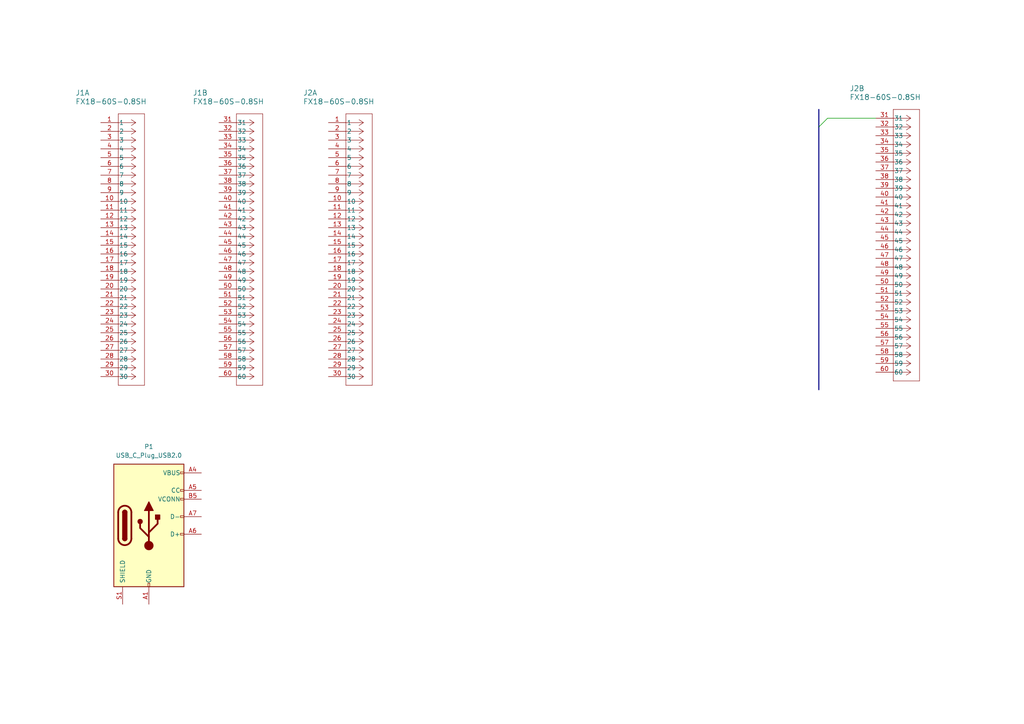
<source format=kicad_sch>
(kicad_sch (version 20231120) (generator "eeschema") (generator_version "8.0")
  (paper "A4")
  (lib_symbols
    (symbol "Connector:USB_C_Plug_USB2.0" (pin_names (offset 1.016))
      (property "Reference" "P" (at -10.16 19.05 0))
      (property "Value" "USB_C_Plug_USB2.0" (at 12.7 19.05 0))
      (symbol "USB_C_Plug_USB2.0_0_0"
        (rectangle (start -0.254 -17.78) (end 0.254 -16.764))
        (rectangle (start 10.16 -2.286) (end 9.144 -2.794))
        (rectangle (start 10.16 2.794) (end 9.144 2.286))
        (rectangle (start 10.16 7.874) (end 9.144 7.366))
        (rectangle (start 10.16 10.414) (end 9.144 9.906))
        (rectangle (start 10.16 15.494) (end 9.144 14.986))
      )
      (symbol "USB_C_Plug_USB2.0_0_1"
        (rectangle (start -10.16 17.78) (end 10.16 -17.78) (stroke (width 0.254)) (fill (type background)))
        (arc (start -8.89 -3.81) (mid -6.985 -5.7067) (end -5.08 -3.81) (stroke (width 0.508)))
        (arc (start -7.62 -3.81) (mid -6.985 -4.4423) (end -6.35 -3.81) (stroke (width 0.254)))
        (arc (start -7.62 -3.81) (mid -6.985 -4.4423) (end -6.35 -3.81) (stroke (width 0.254)) (fill (type outline)))
        (rectangle (start -7.62 -3.81) (end -6.35 3.81) (stroke (width 0.254)) (fill (type outline)))
        (arc (start -6.35 3.81) (mid -6.985 4.4423) (end -7.62 3.81) (stroke (width 0.254)))
        (arc (start -6.35 3.81) (mid -6.985 4.4423) (end -7.62 3.81) (stroke (width 0.254)) (fill (type outline)))
        (arc (start -5.08 3.81) (mid -6.985 5.7067) (end -8.89 3.81) (stroke (width 0.508)))
        (circle (center -2.54 1.143) (radius 0.635) (stroke (width 0.254)) (fill (type outline)))
        (circle (center 0 -5.842) (radius 1.27) (fill (type outline)))
        (polyline (pts (xy -8.89 -3.81) (xy -8.89 3.81)) (stroke (width 0.508)))
        (polyline (pts (xy -5.08 3.81) (xy -5.08 -3.81)) (stroke (width 0.508)))
        (polyline (pts (xy 0 -5.842) (xy 0 4.318)) (stroke (width 0.508)))
        (polyline (pts (xy 0 -3.302) (xy -2.54 -0.762) (xy -2.54 0.508)) (stroke (width 0.508)))
        (polyline (pts (xy 0 -2.032) (xy 2.54 0.508) (xy 2.54 1.778)) (stroke (width 0.508)))
        (polyline (pts (xy -1.27 4.318) (xy 0 6.858) (xy 1.27 4.318) (xy -1.27 4.318)) (stroke (width 0.254)) (fill (type outline)))
        (rectangle (start 1.905 1.778) (end 3.175 3.048) (stroke (width 0.254)) (fill (type outline)))
      )
      (symbol "USB_C_Plug_USB2.0_1_1"
        (pin passive line (at 0 -22.86 90) (length 5.08) (name "GND") (number "A1"))
        (pin passive line (at 0 -22.86 90) (length 5.08) hide (name "GND") (number "A12"))
        (pin passive line (at 15.24 15.24 180) (length 5.08) (name "VBUS") (number "A4"))
        (pin bidirectional line (at 15.24 10.16 180) (length 5.08) (name "CC") (number "A5"))
        (pin bidirectional line (at 15.24 -2.54 180) (length 5.08) (name "D+") (number "A6"))
        (pin bidirectional line (at 15.24 2.54 180) (length 5.08) (name "D-") (number "A7"))
        (pin passive line (at 15.24 15.24 180) (length 5.08) hide (name "VBUS") (number "A9"))
        (pin passive line (at 0 -22.86 90) (length 5.08) hide (name "GND") (number "B1"))
        (pin passive line (at 0 -22.86 90) (length 5.08) hide (name "GND") (number "B12"))
        (pin passive line (at 15.24 15.24 180) (length 5.08) hide (name "VBUS") (number "B4"))
        (pin bidirectional line (at 15.24 7.62 180) (length 5.08) (name "VCONN") (number "B5"))
        (pin passive line (at 15.24 15.24 180) (length 5.08) hide (name "VBUS") (number "B9"))
        (pin passive line (at -7.62 -22.86 90) (length 5.08) (name "SHIELD") (number "S1"))
      )
    )
    (symbol "FX18-60S-0.8SH:FX18-60S-0.8SH" (pin_names (offset 0.254))
      (property "Reference" "J" (at 8.89 6.35 0))
      (property "Value" "FX18-60S-0.8SH" (at 0 0 0))
      (symbol "FX18-60S-0.8SH_1_1"
        (polyline (pts (xy 5.08 -76.2) (xy 12.7 -76.2)) (stroke (width 0.127)))
        (polyline (pts (xy 5.08 2.54) (xy 5.08 -76.2)) (stroke (width 0.127)))
        (polyline (pts (xy 10.16 -73.66) (xy 5.08 -73.66)) (stroke (width 0.127)))
        (polyline (pts (xy 10.16 -73.66) (xy 8.89 -74.5067)) (stroke (width 0.127)))
        (polyline (pts (xy 10.16 -73.66) (xy 8.89 -72.8133)) (stroke (width 0.127)))
        (polyline (pts (xy 10.16 -71.12) (xy 5.08 -71.12)) (stroke (width 0.127)))
        (polyline (pts (xy 10.16 -71.12) (xy 8.89 -71.9667)) (stroke (width 0.127)))
        (polyline (pts (xy 10.16 -71.12) (xy 8.89 -70.2733)) (stroke (width 0.127)))
        (polyline (pts (xy 10.16 -68.58) (xy 5.08 -68.58)) (stroke (width 0.127)))
        (polyline (pts (xy 10.16 -68.58) (xy 8.89 -69.4267)) (stroke (width 0.127)))
        (polyline (pts (xy 10.16 -68.58) (xy 8.89 -67.7333)) (stroke (width 0.127)))
        (polyline (pts (xy 10.16 -66.04) (xy 5.08 -66.04)) (stroke (width 0.127)))
        (polyline (pts (xy 10.16 -66.04) (xy 8.89 -66.8867)) (stroke (width 0.127)))
        (polyline (pts (xy 10.16 -66.04) (xy 8.89 -65.1933)) (stroke (width 0.127)))
        (polyline (pts (xy 10.16 -63.5) (xy 5.08 -63.5)) (stroke (width 0.127)))
        (polyline (pts (xy 10.16 -63.5) (xy 8.89 -64.3467)) (stroke (width 0.127)))
        (polyline (pts (xy 10.16 -63.5) (xy 8.89 -62.6533)) (stroke (width 0.127)))
        (polyline (pts (xy 10.16 -60.96) (xy 5.08 -60.96)) (stroke (width 0.127)))
        (polyline (pts (xy 10.16 -60.96) (xy 8.89 -61.8067)) (stroke (width 0.127)))
        (polyline (pts (xy 10.16 -60.96) (xy 8.89 -60.1133)) (stroke (width 0.127)))
        (polyline (pts (xy 10.16 -58.42) (xy 5.08 -58.42)) (stroke (width 0.127)))
        (polyline (pts (xy 10.16 -58.42) (xy 8.89 -59.2667)) (stroke (width 0.127)))
        (polyline (pts (xy 10.16 -58.42) (xy 8.89 -57.5733)) (stroke (width 0.127)))
        (polyline (pts (xy 10.16 -55.88) (xy 5.08 -55.88)) (stroke (width 0.127)))
        (polyline (pts (xy 10.16 -55.88) (xy 8.89 -56.7267)) (stroke (width 0.127)))
        (polyline (pts (xy 10.16 -55.88) (xy 8.89 -55.0333)) (stroke (width 0.127)))
        (polyline (pts (xy 10.16 -53.34) (xy 5.08 -53.34)) (stroke (width 0.127)))
        (polyline (pts (xy 10.16 -53.34) (xy 8.89 -54.1867)) (stroke (width 0.127)))
        (polyline (pts (xy 10.16 -53.34) (xy 8.89 -52.4933)) (stroke (width 0.127)))
        (polyline (pts (xy 10.16 -50.8) (xy 5.08 -50.8)) (stroke (width 0.127)))
        (polyline (pts (xy 10.16 -50.8) (xy 8.89 -51.6467)) (stroke (width 0.127)))
        (polyline (pts (xy 10.16 -50.8) (xy 8.89 -49.9533)) (stroke (width 0.127)))
        (polyline (pts (xy 10.16 -48.26) (xy 5.08 -48.26)) (stroke (width 0.127)))
        (polyline (pts (xy 10.16 -48.26) (xy 8.89 -49.1067)) (stroke (width 0.127)))
        (polyline (pts (xy 10.16 -48.26) (xy 8.89 -47.4133)) (stroke (width 0.127)))
        (polyline (pts (xy 10.16 -45.72) (xy 5.08 -45.72)) (stroke (width 0.127)))
        (polyline (pts (xy 10.16 -45.72) (xy 8.89 -46.5667)) (stroke (width 0.127)))
        (polyline (pts (xy 10.16 -45.72) (xy 8.89 -44.8733)) (stroke (width 0.127)))
        (polyline (pts (xy 10.16 -43.18) (xy 5.08 -43.18)) (stroke (width 0.127)))
        (polyline (pts (xy 10.16 -43.18) (xy 8.89 -44.0267)) (stroke (width 0.127)))
        (polyline (pts (xy 10.16 -43.18) (xy 8.89 -42.3333)) (stroke (width 0.127)))
        (polyline (pts (xy 10.16 -40.64) (xy 5.08 -40.64)) (stroke (width 0.127)))
        (polyline (pts (xy 10.16 -40.64) (xy 8.89 -41.4867)) (stroke (width 0.127)))
        (polyline (pts (xy 10.16 -40.64) (xy 8.89 -39.7933)) (stroke (width 0.127)))
        (polyline (pts (xy 10.16 -38.1) (xy 5.08 -38.1)) (stroke (width 0.127)))
        (polyline (pts (xy 10.16 -38.1) (xy 8.89 -38.9467)) (stroke (width 0.127)))
        (polyline (pts (xy 10.16 -38.1) (xy 8.89 -37.2533)) (stroke (width 0.127)))
        (polyline (pts (xy 10.16 -35.56) (xy 5.08 -35.56)) (stroke (width 0.127)))
        (polyline (pts (xy 10.16 -35.56) (xy 8.89 -36.4067)) (stroke (width 0.127)))
        (polyline (pts (xy 10.16 -35.56) (xy 8.89 -34.7133)) (stroke (width 0.127)))
        (polyline (pts (xy 10.16 -33.02) (xy 5.08 -33.02)) (stroke (width 0.127)))
        (polyline (pts (xy 10.16 -33.02) (xy 8.89 -33.8667)) (stroke (width 0.127)))
        (polyline (pts (xy 10.16 -33.02) (xy 8.89 -32.1733)) (stroke (width 0.127)))
        (polyline (pts (xy 10.16 -30.48) (xy 5.08 -30.48)) (stroke (width 0.127)))
        (polyline (pts (xy 10.16 -30.48) (xy 8.89 -31.3267)) (stroke (width 0.127)))
        (polyline (pts (xy 10.16 -30.48) (xy 8.89 -29.6333)) (stroke (width 0.127)))
        (polyline (pts (xy 10.16 -27.94) (xy 5.08 -27.94)) (stroke (width 0.127)))
        (polyline (pts (xy 10.16 -27.94) (xy 8.89 -28.7867)) (stroke (width 0.127)))
        (polyline (pts (xy 10.16 -27.94) (xy 8.89 -27.0933)) (stroke (width 0.127)))
        (polyline (pts (xy 10.16 -25.4) (xy 5.08 -25.4)) (stroke (width 0.127)))
        (polyline (pts (xy 10.16 -25.4) (xy 8.89 -26.2467)) (stroke (width 0.127)))
        (polyline (pts (xy 10.16 -25.4) (xy 8.89 -24.5533)) (stroke (width 0.127)))
        (polyline (pts (xy 10.16 -22.86) (xy 5.08 -22.86)) (stroke (width 0.127)))
        (polyline (pts (xy 10.16 -22.86) (xy 8.89 -23.7067)) (stroke (width 0.127)))
        (polyline (pts (xy 10.16 -22.86) (xy 8.89 -22.0133)) (stroke (width 0.127)))
        (polyline (pts (xy 10.16 -20.32) (xy 5.08 -20.32)) (stroke (width 0.127)))
        (polyline (pts (xy 10.16 -20.32) (xy 8.89 -21.1667)) (stroke (width 0.127)))
        (polyline (pts (xy 10.16 -20.32) (xy 8.89 -19.4733)) (stroke (width 0.127)))
        (polyline (pts (xy 10.16 -17.78) (xy 5.08 -17.78)) (stroke (width 0.127)))
        (polyline (pts (xy 10.16 -17.78) (xy 8.89 -18.6267)) (stroke (width 0.127)))
        (polyline (pts (xy 10.16 -17.78) (xy 8.89 -16.9333)) (stroke (width 0.127)))
        (polyline (pts (xy 10.16 -15.24) (xy 5.08 -15.24)) (stroke (width 0.127)))
        (polyline (pts (xy 10.16 -15.24) (xy 8.89 -16.0867)) (stroke (width 0.127)))
        (polyline (pts (xy 10.16 -15.24) (xy 8.89 -14.3933)) (stroke (width 0.127)))
        (polyline (pts (xy 10.16 -12.7) (xy 5.08 -12.7)) (stroke (width 0.127)))
        (polyline (pts (xy 10.16 -12.7) (xy 8.89 -13.5467)) (stroke (width 0.127)))
        (polyline (pts (xy 10.16 -12.7) (xy 8.89 -11.8533)) (stroke (width 0.127)))
        (polyline (pts (xy 10.16 -10.16) (xy 5.08 -10.16)) (stroke (width 0.127)))
        (polyline (pts (xy 10.16 -10.16) (xy 8.89 -11.0067)) (stroke (width 0.127)))
        (polyline (pts (xy 10.16 -10.16) (xy 8.89 -9.3133)) (stroke (width 0.127)))
        (polyline (pts (xy 10.16 -7.62) (xy 5.08 -7.62)) (stroke (width 0.127)))
        (polyline (pts (xy 10.16 -7.62) (xy 8.89 -8.4667)) (stroke (width 0.127)))
        (polyline (pts (xy 10.16 -7.62) (xy 8.89 -6.7733)) (stroke (width 0.127)))
        (polyline (pts (xy 10.16 -5.08) (xy 5.08 -5.08)) (stroke (width 0.127)))
        (polyline (pts (xy 10.16 -5.08) (xy 8.89 -5.9267)) (stroke (width 0.127)))
        (polyline (pts (xy 10.16 -5.08) (xy 8.89 -4.2333)) (stroke (width 0.127)))
        (polyline (pts (xy 10.16 -2.54) (xy 5.08 -2.54)) (stroke (width 0.127)))
        (polyline (pts (xy 10.16 -2.54) (xy 8.89 -3.3867)) (stroke (width 0.127)))
        (polyline (pts (xy 10.16 -2.54) (xy 8.89 -1.6933)) (stroke (width 0.127)))
        (polyline (pts (xy 10.16 0) (xy 5.08 0)) (stroke (width 0.127)))
        (polyline (pts (xy 10.16 0) (xy 8.89 -0.8467)) (stroke (width 0.127)))
        (polyline (pts (xy 10.16 0) (xy 8.89 0.8467)) (stroke (width 0.127)))
        (polyline (pts (xy 12.7 -76.2) (xy 12.7 2.54)) (stroke (width 0.127)))
        (polyline (pts (xy 12.7 2.54) (xy 5.08 2.54)) (stroke (width 0.127)))
        (pin unspecified line (at 0 0 0) (length 5.08) (name "1") (number "1"))
        (pin unspecified line (at 0 -22.86 0) (length 5.08) (name "10") (number "10"))
        (pin unspecified line (at 0 -25.4 0) (length 5.08) (name "11") (number "11"))
        (pin unspecified line (at 0 -27.94 0) (length 5.08) (name "12") (number "12"))
        (pin unspecified line (at 0 -30.48 0) (length 5.08) (name "13") (number "13"))
        (pin unspecified line (at 0 -33.02 0) (length 5.08) (name "14") (number "14"))
        (pin unspecified line (at 0 -35.56 0) (length 5.08) (name "15") (number "15"))
        (pin unspecified line (at 0 -38.1 0) (length 5.08) (name "16") (number "16"))
        (pin unspecified line (at 0 -40.64 0) (length 5.08) (name "17") (number "17"))
        (pin unspecified line (at 0 -43.18 0) (length 5.08) (name "18") (number "18"))
        (pin unspecified line (at 0 -45.72 0) (length 5.08) (name "19") (number "19"))
        (pin unspecified line (at 0 -2.54 0) (length 5.08) (name "2") (number "2"))
        (pin unspecified line (at 0 -48.26 0) (length 5.08) (name "20") (number "20"))
        (pin unspecified line (at 0 -50.8 0) (length 5.08) (name "21") (number "21"))
        (pin unspecified line (at 0 -53.34 0) (length 5.08) (name "22") (number "22"))
        (pin unspecified line (at 0 -55.88 0) (length 5.08) (name "23") (number "23"))
        (pin unspecified line (at 0 -58.42 0) (length 5.08) (name "24") (number "24"))
        (pin unspecified line (at 0 -60.96 0) (length 5.08) (name "25") (number "25"))
        (pin unspecified line (at 0 -63.5 0) (length 5.08) (name "26") (number "26"))
        (pin unspecified line (at 0 -66.04 0) (length 5.08) (name "27") (number "27"))
        (pin unspecified line (at 0 -68.58 0) (length 5.08) (name "28") (number "28"))
        (pin unspecified line (at 0 -71.12 0) (length 5.08) (name "29") (number "29"))
        (pin unspecified line (at 0 -5.08 0) (length 5.08) (name "3") (number "3"))
        (pin unspecified line (at 0 -73.66 0) (length 5.08) (name "30") (number "30"))
        (pin unspecified line (at 0 -7.62 0) (length 5.08) (name "4") (number "4"))
        (pin unspecified line (at 0 -10.16 0) (length 5.08) (name "5") (number "5"))
        (pin unspecified line (at 0 -12.7 0) (length 5.08) (name "6") (number "6"))
        (pin unspecified line (at 0 -15.24 0) (length 5.08) (name "7") (number "7"))
        (pin unspecified line (at 0 -17.78 0) (length 5.08) (name "8") (number "8"))
        (pin unspecified line (at 0 -20.32 0) (length 5.08) (name "9") (number "9"))
      )
      (symbol "FX18-60S-0.8SH_1_2"
        (polyline (pts (xy 5.08 -76.2) (xy 12.7 -76.2)) (stroke (width 0.127)))
        (polyline (pts (xy 5.08 2.54) (xy 5.08 -76.2)) (stroke (width 0.127)))
        (polyline (pts (xy 7.62 -73.66) (xy 5.08 -73.66)) (stroke (width 0.127)))
        (polyline (pts (xy 7.62 -73.66) (xy 8.89 -74.5067)) (stroke (width 0.127)))
        (polyline (pts (xy 7.62 -73.66) (xy 8.89 -72.8133)) (stroke (width 0.127)))
        (polyline (pts (xy 7.62 -71.12) (xy 5.08 -71.12)) (stroke (width 0.127)))
        (polyline (pts (xy 7.62 -71.12) (xy 8.89 -71.9667)) (stroke (width 0.127)))
        (polyline (pts (xy 7.62 -71.12) (xy 8.89 -70.2733)) (stroke (width 0.127)))
        (polyline (pts (xy 7.62 -68.58) (xy 5.08 -68.58)) (stroke (width 0.127)))
        (polyline (pts (xy 7.62 -68.58) (xy 8.89 -69.4267)) (stroke (width 0.127)))
        (polyline (pts (xy 7.62 -68.58) (xy 8.89 -67.7333)) (stroke (width 0.127)))
        (polyline (pts (xy 7.62 -66.04) (xy 5.08 -66.04)) (stroke (width 0.127)))
        (polyline (pts (xy 7.62 -66.04) (xy 8.89 -66.8867)) (stroke (width 0.127)))
        (polyline (pts (xy 7.62 -66.04) (xy 8.89 -65.1933)) (stroke (width 0.127)))
        (polyline (pts (xy 7.62 -63.5) (xy 5.08 -63.5)) (stroke (width 0.127)))
        (polyline (pts (xy 7.62 -63.5) (xy 8.89 -64.3467)) (stroke (width 0.127)))
        (polyline (pts (xy 7.62 -63.5) (xy 8.89 -62.6533)) (stroke (width 0.127)))
        (polyline (pts (xy 7.62 -60.96) (xy 5.08 -60.96)) (stroke (width 0.127)))
        (polyline (pts (xy 7.62 -60.96) (xy 8.89 -61.8067)) (stroke (width 0.127)))
        (polyline (pts (xy 7.62 -60.96) (xy 8.89 -60.1133)) (stroke (width 0.127)))
        (polyline (pts (xy 7.62 -58.42) (xy 5.08 -58.42)) (stroke (width 0.127)))
        (polyline (pts (xy 7.62 -58.42) (xy 8.89 -59.2667)) (stroke (width 0.127)))
        (polyline (pts (xy 7.62 -58.42) (xy 8.89 -57.5733)) (stroke (width 0.127)))
        (polyline (pts (xy 7.62 -55.88) (xy 5.08 -55.88)) (stroke (width 0.127)))
        (polyline (pts (xy 7.62 -55.88) (xy 8.89 -56.7267)) (stroke (width 0.127)))
        (polyline (pts (xy 7.62 -55.88) (xy 8.89 -55.0333)) (stroke (width 0.127)))
        (polyline (pts (xy 7.62 -53.34) (xy 5.08 -53.34)) (stroke (width 0.127)))
        (polyline (pts (xy 7.62 -53.34) (xy 8.89 -54.1867)) (stroke (width 0.127)))
        (polyline (pts (xy 7.62 -53.34) (xy 8.89 -52.4933)) (stroke (width 0.127)))
        (polyline (pts (xy 7.62 -50.8) (xy 5.08 -50.8)) (stroke (width 0.127)))
        (polyline (pts (xy 7.62 -50.8) (xy 8.89 -51.6467)) (stroke (width 0.127)))
        (polyline (pts (xy 7.62 -50.8) (xy 8.89 -49.9533)) (stroke (width 0.127)))
        (polyline (pts (xy 7.62 -48.26) (xy 5.08 -48.26)) (stroke (width 0.127)))
        (polyline (pts (xy 7.62 -48.26) (xy 8.89 -49.1067)) (stroke (width 0.127)))
        (polyline (pts (xy 7.62 -48.26) (xy 8.89 -47.4133)) (stroke (width 0.127)))
        (polyline (pts (xy 7.62 -45.72) (xy 5.08 -45.72)) (stroke (width 0.127)))
        (polyline (pts (xy 7.62 -45.72) (xy 8.89 -46.5667)) (stroke (width 0.127)))
        (polyline (pts (xy 7.62 -45.72) (xy 8.89 -44.8733)) (stroke (width 0.127)))
        (polyline (pts (xy 7.62 -43.18) (xy 5.08 -43.18)) (stroke (width 0.127)))
        (polyline (pts (xy 7.62 -43.18) (xy 8.89 -44.0267)) (stroke (width 0.127)))
        (polyline (pts (xy 7.62 -43.18) (xy 8.89 -42.3333)) (stroke (width 0.127)))
        (polyline (pts (xy 7.62 -40.64) (xy 5.08 -40.64)) (stroke (width 0.127)))
        (polyline (pts (xy 7.62 -40.64) (xy 8.89 -41.4867)) (stroke (width 0.127)))
        (polyline (pts (xy 7.62 -40.64) (xy 8.89 -39.7933)) (stroke (width 0.127)))
        (polyline (pts (xy 7.62 -38.1) (xy 5.08 -38.1)) (stroke (width 0.127)))
        (polyline (pts (xy 7.62 -38.1) (xy 8.89 -38.9467)) (stroke (width 0.127)))
        (polyline (pts (xy 7.62 -38.1) (xy 8.89 -37.2533)) (stroke (width 0.127)))
        (polyline (pts (xy 7.62 -35.56) (xy 5.08 -35.56)) (stroke (width 0.127)))
        (polyline (pts (xy 7.62 -35.56) (xy 8.89 -36.4067)) (stroke (width 0.127)))
        (polyline (pts (xy 7.62 -35.56) (xy 8.89 -34.7133)) (stroke (width 0.127)))
        (polyline (pts (xy 7.62 -33.02) (xy 5.08 -33.02)) (stroke (width 0.127)))
        (polyline (pts (xy 7.62 -33.02) (xy 8.89 -33.8667)) (stroke (width 0.127)))
        (polyline (pts (xy 7.62 -33.02) (xy 8.89 -32.1733)) (stroke (width 0.127)))
        (polyline (pts (xy 7.62 -30.48) (xy 5.08 -30.48)) (stroke (width 0.127)))
        (polyline (pts (xy 7.62 -30.48) (xy 8.89 -31.3267)) (stroke (width 0.127)))
        (polyline (pts (xy 7.62 -30.48) (xy 8.89 -29.6333)) (stroke (width 0.127)))
        (polyline (pts (xy 7.62 -27.94) (xy 5.08 -27.94)) (stroke (width 0.127)))
        (polyline (pts (xy 7.62 -27.94) (xy 8.89 -28.7867)) (stroke (width 0.127)))
        (polyline (pts (xy 7.62 -27.94) (xy 8.89 -27.0933)) (stroke (width 0.127)))
        (polyline (pts (xy 7.62 -25.4) (xy 5.08 -25.4)) (stroke (width 0.127)))
        (polyline (pts (xy 7.62 -25.4) (xy 8.89 -26.2467)) (stroke (width 0.127)))
        (polyline (pts (xy 7.62 -25.4) (xy 8.89 -24.5533)) (stroke (width 0.127)))
        (polyline (pts (xy 7.62 -22.86) (xy 5.08 -22.86)) (stroke (width 0.127)))
        (polyline (pts (xy 7.62 -22.86) (xy 8.89 -23.7067)) (stroke (width 0.127)))
        (polyline (pts (xy 7.62 -22.86) (xy 8.89 -22.0133)) (stroke (width 0.127)))
        (polyline (pts (xy 7.62 -20.32) (xy 5.08 -20.32)) (stroke (width 0.127)))
        (polyline (pts (xy 7.62 -20.32) (xy 8.89 -21.1667)) (stroke (width 0.127)))
        (polyline (pts (xy 7.62 -20.32) (xy 8.89 -19.4733)) (stroke (width 0.127)))
        (polyline (pts (xy 7.62 -17.78) (xy 5.08 -17.78)) (stroke (width 0.127)))
        (polyline (pts (xy 7.62 -17.78) (xy 8.89 -18.6267)) (stroke (width 0.127)))
        (polyline (pts (xy 7.62 -17.78) (xy 8.89 -16.9333)) (stroke (width 0.127)))
        (polyline (pts (xy 7.62 -15.24) (xy 5.08 -15.24)) (stroke (width 0.127)))
        (polyline (pts (xy 7.62 -15.24) (xy 8.89 -16.0867)) (stroke (width 0.127)))
        (polyline (pts (xy 7.62 -15.24) (xy 8.89 -14.3933)) (stroke (width 0.127)))
        (polyline (pts (xy 7.62 -12.7) (xy 5.08 -12.7)) (stroke (width 0.127)))
        (polyline (pts (xy 7.62 -12.7) (xy 8.89 -13.5467)) (stroke (width 0.127)))
        (polyline (pts (xy 7.62 -12.7) (xy 8.89 -11.8533)) (stroke (width 0.127)))
        (polyline (pts (xy 7.62 -10.16) (xy 5.08 -10.16)) (stroke (width 0.127)))
        (polyline (pts (xy 7.62 -10.16) (xy 8.89 -11.0067)) (stroke (width 0.127)))
        (polyline (pts (xy 7.62 -10.16) (xy 8.89 -9.3133)) (stroke (width 0.127)))
        (polyline (pts (xy 7.62 -7.62) (xy 5.08 -7.62)) (stroke (width 0.127)))
        (polyline (pts (xy 7.62 -7.62) (xy 8.89 -8.4667)) (stroke (width 0.127)))
        (polyline (pts (xy 7.62 -7.62) (xy 8.89 -6.7733)) (stroke (width 0.127)))
        (polyline (pts (xy 7.62 -5.08) (xy 5.08 -5.08)) (stroke (width 0.127)))
        (polyline (pts (xy 7.62 -5.08) (xy 8.89 -5.9267)) (stroke (width 0.127)))
        (polyline (pts (xy 7.62 -5.08) (xy 8.89 -4.2333)) (stroke (width 0.127)))
        (polyline (pts (xy 7.62 -2.54) (xy 5.08 -2.54)) (stroke (width 0.127)))
        (polyline (pts (xy 7.62 -2.54) (xy 8.89 -3.3867)) (stroke (width 0.127)))
        (polyline (pts (xy 7.62 -2.54) (xy 8.89 -1.6933)) (stroke (width 0.127)))
        (polyline (pts (xy 7.62 0) (xy 5.08 0)) (stroke (width 0.127)))
        (polyline (pts (xy 7.62 0) (xy 8.89 -0.8467)) (stroke (width 0.127)))
        (polyline (pts (xy 7.62 0) (xy 8.89 0.8467)) (stroke (width 0.127)))
        (polyline (pts (xy 12.7 -76.2) (xy 12.7 2.54)) (stroke (width 0.127)))
        (polyline (pts (xy 12.7 2.54) (xy 5.08 2.54)) (stroke (width 0.127)))
        (pin unspecified line (at 0 0 0) (length 5.08) (name "1") (number "1"))
        (pin unspecified line (at 0 -22.86 0) (length 5.08) (name "10") (number "10"))
        (pin unspecified line (at 0 -25.4 0) (length 5.08) (name "11") (number "11"))
        (pin unspecified line (at 0 -27.94 0) (length 5.08) (name "12") (number "12"))
        (pin unspecified line (at 0 -30.48 0) (length 5.08) (name "13") (number "13"))
        (pin unspecified line (at 0 -33.02 0) (length 5.08) (name "14") (number "14"))
        (pin unspecified line (at 0 -35.56 0) (length 5.08) (name "15") (number "15"))
        (pin unspecified line (at 0 -38.1 0) (length 5.08) (name "16") (number "16"))
        (pin unspecified line (at 0 -40.64 0) (length 5.08) (name "17") (number "17"))
        (pin unspecified line (at 0 -43.18 0) (length 5.08) (name "18") (number "18"))
        (pin unspecified line (at 0 -45.72 0) (length 5.08) (name "19") (number "19"))
        (pin unspecified line (at 0 -2.54 0) (length 5.08) (name "2") (number "2"))
        (pin unspecified line (at 0 -48.26 0) (length 5.08) (name "20") (number "20"))
        (pin unspecified line (at 0 -50.8 0) (length 5.08) (name "21") (number "21"))
        (pin unspecified line (at 0 -53.34 0) (length 5.08) (name "22") (number "22"))
        (pin unspecified line (at 0 -55.88 0) (length 5.08) (name "23") (number "23"))
        (pin unspecified line (at 0 -58.42 0) (length 5.08) (name "24") (number "24"))
        (pin unspecified line (at 0 -60.96 0) (length 5.08) (name "25") (number "25"))
        (pin unspecified line (at 0 -63.5 0) (length 5.08) (name "26") (number "26"))
        (pin unspecified line (at 0 -66.04 0) (length 5.08) (name "27") (number "27"))
        (pin unspecified line (at 0 -68.58 0) (length 5.08) (name "28") (number "28"))
        (pin unspecified line (at 0 -71.12 0) (length 5.08) (name "29") (number "29"))
        (pin unspecified line (at 0 -5.08 0) (length 5.08) (name "3") (number "3"))
        (pin unspecified line (at 0 -73.66 0) (length 5.08) (name "30") (number "30"))
        (pin unspecified line (at 0 -7.62 0) (length 5.08) (name "4") (number "4"))
        (pin unspecified line (at 0 -10.16 0) (length 5.08) (name "5") (number "5"))
        (pin unspecified line (at 0 -12.7 0) (length 5.08) (name "6") (number "6"))
        (pin unspecified line (at 0 -15.24 0) (length 5.08) (name "7") (number "7"))
        (pin unspecified line (at 0 -17.78 0) (length 5.08) (name "8") (number "8"))
        (pin unspecified line (at 0 -20.32 0) (length 5.08) (name "9") (number "9"))
      )
      (symbol "FX18-60S-0.8SH_2_1"
        (polyline (pts (xy 5.08 -76.2) (xy 12.7 -76.2)) (stroke (width 0.127)))
        (polyline (pts (xy 5.08 2.54) (xy 5.08 -76.2)) (stroke (width 0.127)))
        (polyline (pts (xy 10.16 -73.66) (xy 5.08 -73.66)) (stroke (width 0.127)))
        (polyline (pts (xy 10.16 -73.66) (xy 8.89 -74.5067)) (stroke (width 0.127)))
        (polyline (pts (xy 10.16 -73.66) (xy 8.89 -72.8133)) (stroke (width 0.127)))
        (polyline (pts (xy 10.16 -71.12) (xy 5.08 -71.12)) (stroke (width 0.127)))
        (polyline (pts (xy 10.16 -71.12) (xy 8.89 -71.9667)) (stroke (width 0.127)))
        (polyline (pts (xy 10.16 -71.12) (xy 8.89 -70.2733)) (stroke (width 0.127)))
        (polyline (pts (xy 10.16 -68.58) (xy 5.08 -68.58)) (stroke (width 0.127)))
        (polyline (pts (xy 10.16 -68.58) (xy 8.89 -69.4267)) (stroke (width 0.127)))
        (polyline (pts (xy 10.16 -68.58) (xy 8.89 -67.7333)) (stroke (width 0.127)))
        (polyline (pts (xy 10.16 -66.04) (xy 5.08 -66.04)) (stroke (width 0.127)))
        (polyline (pts (xy 10.16 -66.04) (xy 8.89 -66.8867)) (stroke (width 0.127)))
        (polyline (pts (xy 10.16 -66.04) (xy 8.89 -65.1933)) (stroke (width 0.127)))
        (polyline (pts (xy 10.16 -63.5) (xy 5.08 -63.5)) (stroke (width 0.127)))
        (polyline (pts (xy 10.16 -63.5) (xy 8.89 -64.3467)) (stroke (width 0.127)))
        (polyline (pts (xy 10.16 -63.5) (xy 8.89 -62.6533)) (stroke (width 0.127)))
        (polyline (pts (xy 10.16 -60.96) (xy 5.08 -60.96)) (stroke (width 0.127)))
        (polyline (pts (xy 10.16 -60.96) (xy 8.89 -61.8067)) (stroke (width 0.127)))
        (polyline (pts (xy 10.16 -60.96) (xy 8.89 -60.1133)) (stroke (width 0.127)))
        (polyline (pts (xy 10.16 -58.42) (xy 5.08 -58.42)) (stroke (width 0.127)))
        (polyline (pts (xy 10.16 -58.42) (xy 8.89 -59.2667)) (stroke (width 0.127)))
        (polyline (pts (xy 10.16 -58.42) (xy 8.89 -57.5733)) (stroke (width 0.127)))
        (polyline (pts (xy 10.16 -55.88) (xy 5.08 -55.88)) (stroke (width 0.127)))
        (polyline (pts (xy 10.16 -55.88) (xy 8.89 -56.7267)) (stroke (width 0.127)))
        (polyline (pts (xy 10.16 -55.88) (xy 8.89 -55.0333)) (stroke (width 0.127)))
        (polyline (pts (xy 10.16 -53.34) (xy 5.08 -53.34)) (stroke (width 0.127)))
        (polyline (pts (xy 10.16 -53.34) (xy 8.89 -54.1867)) (stroke (width 0.127)))
        (polyline (pts (xy 10.16 -53.34) (xy 8.89 -52.4933)) (stroke (width 0.127)))
        (polyline (pts (xy 10.16 -50.8) (xy 5.08 -50.8)) (stroke (width 0.127)))
        (polyline (pts (xy 10.16 -50.8) (xy 8.89 -51.6467)) (stroke (width 0.127)))
        (polyline (pts (xy 10.16 -50.8) (xy 8.89 -49.9533)) (stroke (width 0.127)))
        (polyline (pts (xy 10.16 -48.26) (xy 5.08 -48.26)) (stroke (width 0.127)))
        (polyline (pts (xy 10.16 -48.26) (xy 8.89 -49.1067)) (stroke (width 0.127)))
        (polyline (pts (xy 10.16 -48.26) (xy 8.89 -47.4133)) (stroke (width 0.127)))
        (polyline (pts (xy 10.16 -45.72) (xy 5.08 -45.72)) (stroke (width 0.127)))
        (polyline (pts (xy 10.16 -45.72) (xy 8.89 -46.5667)) (stroke (width 0.127)))
        (polyline (pts (xy 10.16 -45.72) (xy 8.89 -44.8733)) (stroke (width 0.127)))
        (polyline (pts (xy 10.16 -43.18) (xy 5.08 -43.18)) (stroke (width 0.127)))
        (polyline (pts (xy 10.16 -43.18) (xy 8.89 -44.0267)) (stroke (width 0.127)))
        (polyline (pts (xy 10.16 -43.18) (xy 8.89 -42.3333)) (stroke (width 0.127)))
        (polyline (pts (xy 10.16 -40.64) (xy 5.08 -40.64)) (stroke (width 0.127)))
        (polyline (pts (xy 10.16 -40.64) (xy 8.89 -41.4867)) (stroke (width 0.127)))
        (polyline (pts (xy 10.16 -40.64) (xy 8.89 -39.7933)) (stroke (width 0.127)))
        (polyline (pts (xy 10.16 -38.1) (xy 5.08 -38.1)) (stroke (width 0.127)))
        (polyline (pts (xy 10.16 -38.1) (xy 8.89 -38.9467)) (stroke (width 0.127)))
        (polyline (pts (xy 10.16 -38.1) (xy 8.89 -37.2533)) (stroke (width 0.127)))
        (polyline (pts (xy 10.16 -35.56) (xy 5.08 -35.56)) (stroke (width 0.127)))
        (polyline (pts (xy 10.16 -35.56) (xy 8.89 -36.4067)) (stroke (width 0.127)))
        (polyline (pts (xy 10.16 -35.56) (xy 8.89 -34.7133)) (stroke (width 0.127)))
        (polyline (pts (xy 10.16 -33.02) (xy 5.08 -33.02)) (stroke (width 0.127)))
        (polyline (pts (xy 10.16 -33.02) (xy 8.89 -33.8667)) (stroke (width 0.127)))
        (polyline (pts (xy 10.16 -33.02) (xy 8.89 -32.1733)) (stroke (width 0.127)))
        (polyline (pts (xy 10.16 -30.48) (xy 5.08 -30.48)) (stroke (width 0.127)))
        (polyline (pts (xy 10.16 -30.48) (xy 8.89 -31.3267)) (stroke (width 0.127)))
        (polyline (pts (xy 10.16 -30.48) (xy 8.89 -29.6333)) (stroke (width 0.127)))
        (polyline (pts (xy 10.16 -27.94) (xy 5.08 -27.94)) (stroke (width 0.127)))
        (polyline (pts (xy 10.16 -27.94) (xy 8.89 -28.7867)) (stroke (width 0.127)))
        (polyline (pts (xy 10.16 -27.94) (xy 8.89 -27.0933)) (stroke (width 0.127)))
        (polyline (pts (xy 10.16 -25.4) (xy 5.08 -25.4)) (stroke (width 0.127)))
        (polyline (pts (xy 10.16 -25.4) (xy 8.89 -26.2467)) (stroke (width 0.127)))
        (polyline (pts (xy 10.16 -25.4) (xy 8.89 -24.5533)) (stroke (width 0.127)))
        (polyline (pts (xy 10.16 -22.86) (xy 5.08 -22.86)) (stroke (width 0.127)))
        (polyline (pts (xy 10.16 -22.86) (xy 8.89 -23.7067)) (stroke (width 0.127)))
        (polyline (pts (xy 10.16 -22.86) (xy 8.89 -22.0133)) (stroke (width 0.127)))
        (polyline (pts (xy 10.16 -20.32) (xy 5.08 -20.32)) (stroke (width 0.127)))
        (polyline (pts (xy 10.16 -20.32) (xy 8.89 -21.1667)) (stroke (width 0.127)))
        (polyline (pts (xy 10.16 -20.32) (xy 8.89 -19.4733)) (stroke (width 0.127)))
        (polyline (pts (xy 10.16 -17.78) (xy 5.08 -17.78)) (stroke (width 0.127)))
        (polyline (pts (xy 10.16 -17.78) (xy 8.89 -18.6267)) (stroke (width 0.127)))
        (polyline (pts (xy 10.16 -17.78) (xy 8.89 -16.9333)) (stroke (width 0.127)))
        (polyline (pts (xy 10.16 -15.24) (xy 5.08 -15.24)) (stroke (width 0.127)))
        (polyline (pts (xy 10.16 -15.24) (xy 8.89 -16.0867)) (stroke (width 0.127)))
        (polyline (pts (xy 10.16 -15.24) (xy 8.89 -14.3933)) (stroke (width 0.127)))
        (polyline (pts (xy 10.16 -12.7) (xy 5.08 -12.7)) (stroke (width 0.127)))
        (polyline (pts (xy 10.16 -12.7) (xy 8.89 -13.5467)) (stroke (width 0.127)))
        (polyline (pts (xy 10.16 -12.7) (xy 8.89 -11.8533)) (stroke (width 0.127)))
        (polyline (pts (xy 10.16 -10.16) (xy 5.08 -10.16)) (stroke (width 0.127)))
        (polyline (pts (xy 10.16 -10.16) (xy 8.89 -11.0067)) (stroke (width 0.127)))
        (polyline (pts (xy 10.16 -10.16) (xy 8.89 -9.3133)) (stroke (width 0.127)))
        (polyline (pts (xy 10.16 -7.62) (xy 5.08 -7.62)) (stroke (width 0.127)))
        (polyline (pts (xy 10.16 -7.62) (xy 8.89 -8.4667)) (stroke (width 0.127)))
        (polyline (pts (xy 10.16 -7.62) (xy 8.89 -6.7733)) (stroke (width 0.127)))
        (polyline (pts (xy 10.16 -5.08) (xy 5.08 -5.08)) (stroke (width 0.127)))
        (polyline (pts (xy 10.16 -5.08) (xy 8.89 -5.9267)) (stroke (width 0.127)))
        (polyline (pts (xy 10.16 -5.08) (xy 8.89 -4.2333)) (stroke (width 0.127)))
        (polyline (pts (xy 10.16 -2.54) (xy 5.08 -2.54)) (stroke (width 0.127)))
        (polyline (pts (xy 10.16 -2.54) (xy 8.89 -3.3867)) (stroke (width 0.127)))
        (polyline (pts (xy 10.16 -2.54) (xy 8.89 -1.6933)) (stroke (width 0.127)))
        (polyline (pts (xy 10.16 0) (xy 5.08 0)) (stroke (width 0.127)))
        (polyline (pts (xy 10.16 0) (xy 8.89 -0.8467)) (stroke (width 0.127)))
        (polyline (pts (xy 10.16 0) (xy 8.89 0.8467)) (stroke (width 0.127)))
        (polyline (pts (xy 12.7 -76.2) (xy 12.7 2.54)) (stroke (width 0.127)))
        (polyline (pts (xy 12.7 2.54) (xy 5.08 2.54)) (stroke (width 0.127)))
        (pin unspecified line (at 0 0 0) (length 5.08) (name "31") (number "31"))
        (pin unspecified line (at 0 -2.54 0) (length 5.08) (name "32") (number "32"))
        (pin unspecified line (at 0 -5.08 0) (length 5.08) (name "33") (number "33"))
        (pin unspecified line (at 0 -7.62 0) (length 5.08) (name "34") (number "34"))
        (pin unspecified line (at 0 -10.16 0) (length 5.08) (name "35") (number "35"))
        (pin unspecified line (at 0 -12.7 0) (length 5.08) (name "36") (number "36"))
        (pin unspecified line (at 0 -15.24 0) (length 5.08) (name "37") (number "37"))
        (pin unspecified line (at 0 -17.78 0) (length 5.08) (name "38") (number "38"))
        (pin unspecified line (at 0 -20.32 0) (length 5.08) (name "39") (number "39"))
        (pin unspecified line (at 0 -22.86 0) (length 5.08) (name "40") (number "40"))
        (pin unspecified line (at 0 -25.4 0) (length 5.08) (name "41") (number "41"))
        (pin unspecified line (at 0 -27.94 0) (length 5.08) (name "42") (number "42"))
        (pin unspecified line (at 0 -30.48 0) (length 5.08) (name "43") (number "43"))
        (pin unspecified line (at 0 -33.02 0) (length 5.08) (name "44") (number "44"))
        (pin unspecified line (at 0 -35.56 0) (length 5.08) (name "45") (number "45"))
        (pin unspecified line (at 0 -38.1 0) (length 5.08) (name "46") (number "46"))
        (pin unspecified line (at 0 -40.64 0) (length 5.08) (name "47") (number "47"))
        (pin unspecified line (at 0 -43.18 0) (length 5.08) (name "48") (number "48"))
        (pin unspecified line (at 0 -45.72 0) (length 5.08) (name "49") (number "49"))
        (pin unspecified line (at 0 -48.26 0) (length 5.08) (name "50") (number "50"))
        (pin unspecified line (at 0 -50.8 0) (length 5.08) (name "51") (number "51"))
        (pin unspecified line (at 0 -53.34 0) (length 5.08) (name "52") (number "52"))
        (pin unspecified line (at 0 -55.88 0) (length 5.08) (name "53") (number "53"))
        (pin unspecified line (at 0 -58.42 0) (length 5.08) (name "54") (number "54"))
        (pin unspecified line (at 0 -60.96 0) (length 5.08) (name "55") (number "55"))
        (pin unspecified line (at 0 -63.5 0) (length 5.08) (name "56") (number "56"))
        (pin unspecified line (at 0 -66.04 0) (length 5.08) (name "57") (number "57"))
        (pin unspecified line (at 0 -68.58 0) (length 5.08) (name "58") (number "58"))
        (pin unspecified line (at 0 -71.12 0) (length 5.08) (name "59") (number "59"))
        (pin unspecified line (at 0 -73.66 0) (length 5.08) (name "60") (number "60"))
      )
      (symbol "FX18-60S-0.8SH_2_2"
        (polyline (pts (xy 5.08 -76.2) (xy 12.7 -76.2)) (stroke (width 0.127)))
        (polyline (pts (xy 5.08 2.54) (xy 5.08 -76.2)) (stroke (width 0.127)))
        (polyline (pts (xy 7.62 -73.66) (xy 5.08 -73.66)) (stroke (width 0.127)))
        (polyline (pts (xy 7.62 -73.66) (xy 8.89 -74.5067)) (stroke (width 0.127)))
        (polyline (pts (xy 7.62 -73.66) (xy 8.89 -72.8133)) (stroke (width 0.127)))
        (polyline (pts (xy 7.62 -71.12) (xy 5.08 -71.12)) (stroke (width 0.127)))
        (polyline (pts (xy 7.62 -71.12) (xy 8.89 -71.9667)) (stroke (width 0.127)))
        (polyline (pts (xy 7.62 -71.12) (xy 8.89 -70.2733)) (stroke (width 0.127)))
        (polyline (pts (xy 7.62 -68.58) (xy 5.08 -68.58)) (stroke (width 0.127)))
        (polyline (pts (xy 7.62 -68.58) (xy 8.89 -69.4267)) (stroke (width 0.127)))
        (polyline (pts (xy 7.62 -68.58) (xy 8.89 -67.7333)) (stroke (width 0.127)))
        (polyline (pts (xy 7.62 -66.04) (xy 5.08 -66.04)) (stroke (width 0.127)))
        (polyline (pts (xy 7.62 -66.04) (xy 8.89 -66.8867)) (stroke (width 0.127)))
        (polyline (pts (xy 7.62 -66.04) (xy 8.89 -65.1933)) (stroke (width 0.127)))
        (polyline (pts (xy 7.62 -63.5) (xy 5.08 -63.5)) (stroke (width 0.127)))
        (polyline (pts (xy 7.62 -63.5) (xy 8.89 -64.3467)) (stroke (width 0.127)))
        (polyline (pts (xy 7.62 -63.5) (xy 8.89 -62.6533)) (stroke (width 0.127)))
        (polyline (pts (xy 7.62 -60.96) (xy 5.08 -60.96)) (stroke (width 0.127)))
        (polyline (pts (xy 7.62 -60.96) (xy 8.89 -61.8067)) (stroke (width 0.127)))
        (polyline (pts (xy 7.62 -60.96) (xy 8.89 -60.1133)) (stroke (width 0.127)))
        (polyline (pts (xy 7.62 -58.42) (xy 5.08 -58.42)) (stroke (width 0.127)))
        (polyline (pts (xy 7.62 -58.42) (xy 8.89 -59.2667)) (stroke (width 0.127)))
        (polyline (pts (xy 7.62 -58.42) (xy 8.89 -57.5733)) (stroke (width 0.127)))
        (polyline (pts (xy 7.62 -55.88) (xy 5.08 -55.88)) (stroke (width 0.127)))
        (polyline (pts (xy 7.62 -55.88) (xy 8.89 -56.7267)) (stroke (width 0.127)))
        (polyline (pts (xy 7.62 -55.88) (xy 8.89 -55.0333)) (stroke (width 0.127)))
        (polyline (pts (xy 7.62 -53.34) (xy 5.08 -53.34)) (stroke (width 0.127)))
        (polyline (pts (xy 7.62 -53.34) (xy 8.89 -54.1867)) (stroke (width 0.127)))
        (polyline (pts (xy 7.62 -53.34) (xy 8.89 -52.4933)) (stroke (width 0.127)))
        (polyline (pts (xy 7.62 -50.8) (xy 5.08 -50.8)) (stroke (width 0.127)))
        (polyline (pts (xy 7.62 -50.8) (xy 8.89 -51.6467)) (stroke (width 0.127)))
        (polyline (pts (xy 7.62 -50.8) (xy 8.89 -49.9533)) (stroke (width 0.127)))
        (polyline (pts (xy 7.62 -48.26) (xy 5.08 -48.26)) (stroke (width 0.127)))
        (polyline (pts (xy 7.62 -48.26) (xy 8.89 -49.1067)) (stroke (width 0.127)))
        (polyline (pts (xy 7.62 -48.26) (xy 8.89 -47.4133)) (stroke (width 0.127)))
        (polyline (pts (xy 7.62 -45.72) (xy 5.08 -45.72)) (stroke (width 0.127)))
        (polyline (pts (xy 7.62 -45.72) (xy 8.89 -46.5667)) (stroke (width 0.127)))
        (polyline (pts (xy 7.62 -45.72) (xy 8.89 -44.8733)) (stroke (width 0.127)))
        (polyline (pts (xy 7.62 -43.18) (xy 5.08 -43.18)) (stroke (width 0.127)))
        (polyline (pts (xy 7.62 -43.18) (xy 8.89 -44.0267)) (stroke (width 0.127)))
        (polyline (pts (xy 7.62 -43.18) (xy 8.89 -42.3333)) (stroke (width 0.127)))
        (polyline (pts (xy 7.62 -40.64) (xy 5.08 -40.64)) (stroke (width 0.127)))
        (polyline (pts (xy 7.62 -40.64) (xy 8.89 -41.4867)) (stroke (width 0.127)))
        (polyline (pts (xy 7.62 -40.64) (xy 8.89 -39.7933)) (stroke (width 0.127)))
        (polyline (pts (xy 7.62 -38.1) (xy 5.08 -38.1)) (stroke (width 0.127)))
        (polyline (pts (xy 7.62 -38.1) (xy 8.89 -38.9467)) (stroke (width 0.127)))
        (polyline (pts (xy 7.62 -38.1) (xy 8.89 -37.2533)) (stroke (width 0.127)))
        (polyline (pts (xy 7.62 -35.56) (xy 5.08 -35.56)) (stroke (width 0.127)))
        (polyline (pts (xy 7.62 -35.56) (xy 8.89 -36.4067)) (stroke (width 0.127)))
        (polyline (pts (xy 7.62 -35.56) (xy 8.89 -34.7133)) (stroke (width 0.127)))
        (polyline (pts (xy 7.62 -33.02) (xy 5.08 -33.02)) (stroke (width 0.127)))
        (polyline (pts (xy 7.62 -33.02) (xy 8.89 -33.8667)) (stroke (width 0.127)))
        (polyline (pts (xy 7.62 -33.02) (xy 8.89 -32.1733)) (stroke (width 0.127)))
        (polyline (pts (xy 7.62 -30.48) (xy 5.08 -30.48)) (stroke (width 0.127)))
        (polyline (pts (xy 7.62 -30.48) (xy 8.89 -31.3267)) (stroke (width 0.127)))
        (polyline (pts (xy 7.62 -30.48) (xy 8.89 -29.6333)) (stroke (width 0.127)))
        (polyline (pts (xy 7.62 -27.94) (xy 5.08 -27.94)) (stroke (width 0.127)))
        (polyline (pts (xy 7.62 -27.94) (xy 8.89 -28.7867)) (stroke (width 0.127)))
        (polyline (pts (xy 7.62 -27.94) (xy 8.89 -27.0933)) (stroke (width 0.127)))
        (polyline (pts (xy 7.62 -25.4) (xy 5.08 -25.4)) (stroke (width 0.127)))
        (polyline (pts (xy 7.62 -25.4) (xy 8.89 -26.2467)) (stroke (width 0.127)))
        (polyline (pts (xy 7.62 -25.4) (xy 8.89 -24.5533)) (stroke (width 0.127)))
        (polyline (pts (xy 7.62 -22.86) (xy 5.08 -22.86)) (stroke (width 0.127)))
        (polyline (pts (xy 7.62 -22.86) (xy 8.89 -23.7067)) (stroke (width 0.127)))
        (polyline (pts (xy 7.62 -22.86) (xy 8.89 -22.0133)) (stroke (width 0.127)))
        (polyline (pts (xy 7.62 -20.32) (xy 5.08 -20.32)) (stroke (width 0.127)))
        (polyline (pts (xy 7.62 -20.32) (xy 8.89 -21.1667)) (stroke (width 0.127)))
        (polyline (pts (xy 7.62 -20.32) (xy 8.89 -19.4733)) (stroke (width 0.127)))
        (polyline (pts (xy 7.62 -17.78) (xy 5.08 -17.78)) (stroke (width 0.127)))
        (polyline (pts (xy 7.62 -17.78) (xy 8.89 -18.6267)) (stroke (width 0.127)))
        (polyline (pts (xy 7.62 -17.78) (xy 8.89 -16.9333)) (stroke (width 0.127)))
        (polyline (pts (xy 7.62 -15.24) (xy 5.08 -15.24)) (stroke (width 0.127)))
        (polyline (pts (xy 7.62 -15.24) (xy 8.89 -16.0867)) (stroke (width 0.127)))
        (polyline (pts (xy 7.62 -15.24) (xy 8.89 -14.3933)) (stroke (width 0.127)))
        (polyline (pts (xy 7.62 -12.7) (xy 5.08 -12.7)) (stroke (width 0.127)))
        (polyline (pts (xy 7.62 -12.7) (xy 8.89 -13.5467)) (stroke (width 0.127)))
        (polyline (pts (xy 7.62 -12.7) (xy 8.89 -11.8533)) (stroke (width 0.127)))
        (polyline (pts (xy 7.62 -10.16) (xy 5.08 -10.16)) (stroke (width 0.127)))
        (polyline (pts (xy 7.62 -10.16) (xy 8.89 -11.0067)) (stroke (width 0.127)))
        (polyline (pts (xy 7.62 -10.16) (xy 8.89 -9.3133)) (stroke (width 0.127)))
        (polyline (pts (xy 7.62 -7.62) (xy 5.08 -7.62)) (stroke (width 0.127)))
        (polyline (pts (xy 7.62 -7.62) (xy 8.89 -8.4667)) (stroke (width 0.127)))
        (polyline (pts (xy 7.62 -7.62) (xy 8.89 -6.7733)) (stroke (width 0.127)))
        (polyline (pts (xy 7.62 -5.08) (xy 5.08 -5.08)) (stroke (width 0.127)))
        (polyline (pts (xy 7.62 -5.08) (xy 8.89 -5.9267)) (stroke (width 0.127)))
        (polyline (pts (xy 7.62 -5.08) (xy 8.89 -4.2333)) (stroke (width 0.127)))
        (polyline (pts (xy 7.62 -2.54) (xy 5.08 -2.54)) (stroke (width 0.127)))
        (polyline (pts (xy 7.62 -2.54) (xy 8.89 -3.3867)) (stroke (width 0.127)))
        (polyline (pts (xy 7.62 -2.54) (xy 8.89 -1.6933)) (stroke (width 0.127)))
        (polyline (pts (xy 7.62 0) (xy 5.08 0)) (stroke (width 0.127)))
        (polyline (pts (xy 7.62 0) (xy 8.89 -0.8467)) (stroke (width 0.127)))
        (polyline (pts (xy 7.62 0) (xy 8.89 0.8467)) (stroke (width 0.127)))
        (polyline (pts (xy 12.7 -76.2) (xy 12.7 2.54)) (stroke (width 0.127)))
        (polyline (pts (xy 12.7 2.54) (xy 5.08 2.54)) (stroke (width 0.127)))
        (pin unspecified line (at 0 0 0) (length 5.08) (name "31") (number "31"))
        (pin unspecified line (at 0 -2.54 0) (length 5.08) (name "32") (number "32"))
        (pin unspecified line (at 0 -5.08 0) (length 5.08) (name "33") (number "33"))
        (pin unspecified line (at 0 -7.62 0) (length 5.08) (name "34") (number "34"))
        (pin unspecified line (at 0 -10.16 0) (length 5.08) (name "35") (number "35"))
        (pin unspecified line (at 0 -12.7 0) (length 5.08) (name "36") (number "36"))
        (pin unspecified line (at 0 -15.24 0) (length 5.08) (name "37") (number "37"))
        (pin unspecified line (at 0 -17.78 0) (length 5.08) (name "38") (number "38"))
        (pin unspecified line (at 0 -20.32 0) (length 5.08) (name "39") (number "39"))
        (pin unspecified line (at 0 -22.86 0) (length 5.08) (name "40") (number "40"))
        (pin unspecified line (at 0 -25.4 0) (length 5.08) (name "41") (number "41"))
        (pin unspecified line (at 0 -27.94 0) (length 5.08) (name "42") (number "42"))
        (pin unspecified line (at 0 -30.48 0) (length 5.08) (name "43") (number "43"))
        (pin unspecified line (at 0 -33.02 0) (length 5.08) (name "44") (number "44"))
        (pin unspecified line (at 0 -35.56 0) (length 5.08) (name "45") (number "45"))
        (pin unspecified line (at 0 -38.1 0) (length 5.08) (name "46") (number "46"))
        (pin unspecified line (at 0 -40.64 0) (length 5.08) (name "47") (number "47"))
        (pin unspecified line (at 0 -43.18 0) (length 5.08) (name "48") (number "48"))
        (pin unspecified line (at 0 -45.72 0) (length 5.08) (name "49") (number "49"))
        (pin unspecified line (at 0 -48.26 0) (length 5.08) (name "50") (number "50"))
        (pin unspecified line (at 0 -50.8 0) (length 5.08) (name "51") (number "51"))
        (pin unspecified line (at 0 -53.34 0) (length 5.08) (name "52") (number "52"))
        (pin unspecified line (at 0 -55.88 0) (length 5.08) (name "53") (number "53"))
        (pin unspecified line (at 0 -58.42 0) (length 5.08) (name "54") (number "54"))
        (pin unspecified line (at 0 -60.96 0) (length 5.08) (name "55") (number "55"))
        (pin unspecified line (at 0 -63.5 0) (length 5.08) (name "56") (number "56"))
        (pin unspecified line (at 0 -66.04 0) (length 5.08) (name "57") (number "57"))
        (pin unspecified line (at 0 -68.58 0) (length 5.08) (name "58") (number "58"))
        (pin unspecified line (at 0 -71.12 0) (length 5.08) (name "59") (number "59"))
        (pin unspecified line (at 0 -73.66 0) (length 5.08) (name "60") (number "60"))
      )
    )
  )
  (bus_entry (at 237.49 36.83) (size 2.54 -2.54))
  (bus (pts (xy 237.49 36.83) (xy 237.49 113.03)))
  (wire (pts (xy 240.03 34.29) (xy 254 34.29)))
  (bus (pts (xy 237.49 31.75) (xy 237.49 36.83)))
  (symbol (lib_id "Connector:USB_C_Plug_USB2.0") (at 43.18 152.4 0) (unit 1)
    (property "Reference" "P1" (at 43.18 129.54 0))
    (property "Value" "USB_C_Plug_USB2.0" (at 43.18 132.08 0))
    (property "Footprint" "Connector_USB:USB_C_Receptacle_GCT_USB4105-xx-A_16P_TopMnt_Horizontal" (effects (hide yes)))
    (property "Datasheet" "https://www.usb.org/sites/default/files/documents/usb_type-c.zip" (effects (hide yes)))
    (property "Description" "USB 2.0-only Type-C Plug connector" (effects (hide yes)))
  )
  (symbol (lib_id "FX18-60S-0.8SH:FX18-60S-0.8SH") (at 63.5 35.56 0) (unit 2)
    (property "Reference" "J1" (at 55.88 26.924 0) (effects (font (size 1.524 1.524)) (justify left)))
    (property "Value" "FX18-60S-0.8SH" (at 55.88 29.464 0) (effects (font (size 1.524 1.524)) (justify left)))
    (property "Footprint" "CONN_FX18-60S-0.8SH_HIR" (effects (hide yes)))
    (property "Datasheet" "FX18-60S-0.8SH" (effects (hide yes)))
  )
  (symbol (lib_id "FX18-60S-0.8SH:FX18-60S-0.8SH") (at 29.21 35.56 0) (unit 1)
    (property "Reference" "J1" (at 21.844 26.924 0) (effects (font (size 1.524 1.524)) (justify left)))
    (property "Value" "FX18-60S-0.8SH" (at 21.844 29.4641 0) (effects (font (size 1.524 1.524)) (justify left)))
    (property "Footprint" "CONN_FX18-60S-0.8SH_HIR" (effects (hide yes)))
    (property "Datasheet" "FX18-60S-0.8SH" (effects (hide yes)))
  )
  (symbol (lib_id "FX18-60S-0.8SH:FX18-60S-0.8SH") (at 254 34.29 0) (unit 2)
    (property "Reference" "J2" (at 246.38 25.654 0) (effects (font (size 1.524 1.524)) (justify left)))
    (property "Value" "FX18-60S-0.8SH" (at 246.38 28.194 0) (effects (font (size 1.524 1.524)) (justify left)))
    (property "Footprint" "CONN_FX18-60S-0.8SH_HIR" (effects (hide yes)))
    (property "Datasheet" "FX18-60S-0.8SH" (effects (hide yes)))
  )
  (symbol (lib_id "FX18-60S-0.8SH:FX18-60S-0.8SH") (at 95.25 35.56 0) (unit 1)
    (property "Reference" "J2" (at 87.884 26.924 0) (effects (font (size 1.524 1.524)) (justify left)))
    (property "Value" "FX18-60S-0.8SH" (at 87.884 29.4641 0) (effects (font (size 1.524 1.524)) (justify left)))
    (property "Footprint" "CONN_FX18-60S-0.8SH_HIR" (effects (hide yes)))
    (property "Datasheet" "FX18-60S-0.8SH" (effects (hide yes)))
  )
)
</source>
